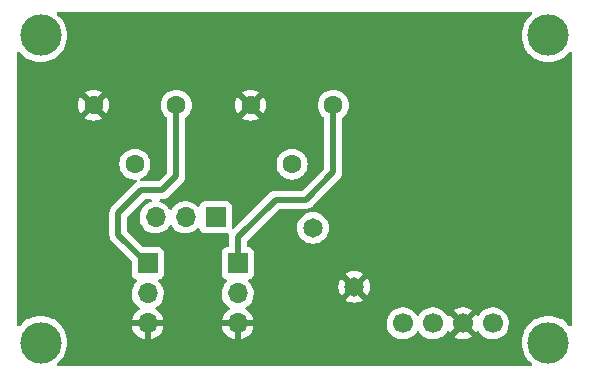
<source format=gbr>
%TF.GenerationSoftware,KiCad,Pcbnew,(6.0.8-1)-1*%
%TF.CreationDate,2024-02-23T21:50:08-06:00*%
%TF.ProjectId,Addressable LED Interface,41646472-6573-4736-9162-6c65204c4544,rev?*%
%TF.SameCoordinates,Original*%
%TF.FileFunction,Copper,L2,Bot*%
%TF.FilePolarity,Positive*%
%FSLAX46Y46*%
G04 Gerber Fmt 4.6, Leading zero omitted, Abs format (unit mm)*
G04 Created by KiCad (PCBNEW (6.0.8-1)-1) date 2024-02-23 21:50:08*
%MOMM*%
%LPD*%
G01*
G04 APERTURE LIST*
%TA.AperFunction,ComponentPad*%
%ADD10R,1.700000X1.700000*%
%TD*%
%TA.AperFunction,ComponentPad*%
%ADD11O,1.700000X1.700000*%
%TD*%
%TA.AperFunction,ComponentPad*%
%ADD12C,1.600000*%
%TD*%
%TA.AperFunction,ComponentPad*%
%ADD13C,3.500000*%
%TD*%
%TA.AperFunction,ComponentPad*%
%ADD14C,1.700000*%
%TD*%
%TA.AperFunction,ComponentPad*%
%ADD15C,1.650000*%
%TD*%
%TA.AperFunction,Conductor*%
%ADD16C,0.500000*%
%TD*%
G04 APERTURE END LIST*
D10*
%TO.P,J2,1,Pin_1*%
%TO.N,/CH2*%
X139700000Y-114300000D03*
D11*
%TO.P,J2,2,Pin_2*%
%TO.N,+6V*%
X139700000Y-116840000D03*
%TO.P,J2,3,Pin_3*%
%TO.N,GND*%
X139700000Y-119380000D03*
%TD*%
D12*
%TO.P,J5,1,1*%
%TO.N,/CH1*%
X134496000Y-100900000D03*
%TO.P,J5,2,2*%
%TO.N,VDD*%
X130996000Y-105900000D03*
%TO.P,J5,3,3*%
%TO.N,GND*%
X127496000Y-100900000D03*
%TD*%
D13*
%TO.P,H1,1,1*%
%TO.N,unconnected-(H1-Pad1)*%
X123000000Y-95000000D03*
%TD*%
D12*
%TO.P,J6,1,1*%
%TO.N,/CH2*%
X147796000Y-100900000D03*
%TO.P,J6,2,2*%
%TO.N,VDD*%
X144296000Y-105900000D03*
%TO.P,J6,3,3*%
%TO.N,GND*%
X140796000Y-100900000D03*
%TD*%
D13*
%TO.P,H3,1,1*%
%TO.N,unconnected-(H3-Pad1)*%
X166000000Y-121000000D03*
%TD*%
%TO.P,H4,1,1*%
%TO.N,unconnected-(H4-Pad1)*%
X166000000Y-95000000D03*
%TD*%
%TO.P,H2,1,1*%
%TO.N,unconnected-(H2-Pad1)*%
X123000000Y-121000000D03*
%TD*%
D14*
%TO.P,U1,1,EN*%
%TO.N,+BATT*%
X153670000Y-119380000D03*
%TO.P,U1,2,VIN*%
X156210000Y-119380000D03*
%TO.P,U1,3,GND*%
%TO.N,GND*%
X158750000Y-119380000D03*
%TO.P,U1,4,VOUT*%
%TO.N,+5V*%
X161290000Y-119380000D03*
%TD*%
D10*
%TO.P,J1,1,Pin_1*%
%TO.N,/CH1*%
X132080000Y-114300000D03*
D11*
%TO.P,J1,2,Pin_2*%
%TO.N,+6V*%
X132080000Y-116840000D03*
%TO.P,J1,3,Pin_3*%
%TO.N,GND*%
X132080000Y-119380000D03*
%TD*%
D15*
%TO.P,J3,1,1*%
%TO.N,+BATT*%
X146068000Y-111290000D03*
%TO.P,J3,2,2*%
%TO.N,GND*%
X149568000Y-116290000D03*
%TD*%
D10*
%TO.P,J4,1,Pin_1*%
%TO.N,+5V*%
X137825000Y-110400000D03*
D11*
%TO.P,J4,2,Pin_2*%
%TO.N,VDD*%
X135285000Y-110400000D03*
%TO.P,J4,3,Pin_3*%
%TO.N,+6V*%
X132745000Y-110400000D03*
%TD*%
D16*
%TO.N,/CH1*%
X129600000Y-111900000D02*
X132000000Y-114300000D01*
X131500000Y-108100000D02*
X129600000Y-110000000D01*
X129600000Y-110000000D02*
X129600000Y-111900000D01*
X134496000Y-100900000D02*
X134496000Y-106904000D01*
X134496000Y-106904000D02*
X133300000Y-108100000D01*
X132000000Y-114300000D02*
X132080000Y-114300000D01*
X133300000Y-108100000D02*
X131500000Y-108100000D01*
%TO.N,/CH2*%
X147796000Y-100900000D02*
X147796000Y-106604000D01*
X145500000Y-108900000D02*
X142900000Y-108900000D01*
X139700000Y-112100000D02*
X139700000Y-114300000D01*
X147796000Y-106604000D02*
X145500000Y-108900000D01*
X142900000Y-108900000D02*
X139700000Y-112100000D01*
%TD*%
%TA.AperFunction,Conductor*%
%TO.N,GND*%
G36*
X164578852Y-93028502D02*
G01*
X164625345Y-93082158D01*
X164635449Y-93152432D01*
X164605955Y-93217012D01*
X164593809Y-93229232D01*
X164399573Y-93399573D01*
X164396864Y-93402662D01*
X164207085Y-93619062D01*
X164207081Y-93619068D01*
X164204367Y-93622162D01*
X164202078Y-93625588D01*
X164202074Y-93625593D01*
X164079256Y-93809405D01*
X164039885Y-93868327D01*
X163908941Y-94133855D01*
X163813776Y-94414203D01*
X163756017Y-94704574D01*
X163736654Y-95000000D01*
X163756017Y-95295426D01*
X163813776Y-95585797D01*
X163908941Y-95866145D01*
X164039885Y-96131673D01*
X164042179Y-96135106D01*
X164195489Y-96364551D01*
X164204367Y-96377838D01*
X164207081Y-96380932D01*
X164207085Y-96380938D01*
X164396864Y-96597338D01*
X164399573Y-96600427D01*
X164402662Y-96603136D01*
X164619062Y-96792915D01*
X164619068Y-96792919D01*
X164622162Y-96795633D01*
X164625588Y-96797922D01*
X164625593Y-96797926D01*
X164809405Y-96920744D01*
X164868327Y-96960115D01*
X164872026Y-96961939D01*
X164872031Y-96961942D01*
X165008313Y-97029148D01*
X165133855Y-97091059D01*
X165137760Y-97092384D01*
X165137761Y-97092385D01*
X165410290Y-97184896D01*
X165410294Y-97184897D01*
X165414203Y-97186224D01*
X165418247Y-97187028D01*
X165418253Y-97187030D01*
X165700535Y-97243180D01*
X165700541Y-97243181D01*
X165704574Y-97243983D01*
X165708679Y-97244252D01*
X165708686Y-97244253D01*
X165995881Y-97263076D01*
X166000000Y-97263346D01*
X166004119Y-97263076D01*
X166291314Y-97244253D01*
X166291321Y-97244252D01*
X166295426Y-97243983D01*
X166299459Y-97243181D01*
X166299465Y-97243180D01*
X166581747Y-97187030D01*
X166581753Y-97187028D01*
X166585797Y-97186224D01*
X166589706Y-97184897D01*
X166589710Y-97184896D01*
X166862239Y-97092385D01*
X166862240Y-97092384D01*
X166866145Y-97091059D01*
X166991687Y-97029148D01*
X167127969Y-96961942D01*
X167127974Y-96961939D01*
X167131673Y-96960115D01*
X167190595Y-96920744D01*
X167374407Y-96797926D01*
X167374412Y-96797922D01*
X167377838Y-96795633D01*
X167380932Y-96792919D01*
X167380938Y-96792915D01*
X167597338Y-96603136D01*
X167600427Y-96600427D01*
X167770768Y-96406191D01*
X167830722Y-96368164D01*
X167901717Y-96368586D01*
X167961214Y-96407325D01*
X167990322Y-96472080D01*
X167991500Y-96489269D01*
X167991500Y-119510731D01*
X167971498Y-119578852D01*
X167917842Y-119625345D01*
X167847568Y-119635449D01*
X167782988Y-119605955D01*
X167770768Y-119593809D01*
X167603136Y-119402662D01*
X167600427Y-119399573D01*
X167576818Y-119378868D01*
X167380938Y-119207085D01*
X167380932Y-119207081D01*
X167377838Y-119204367D01*
X167374412Y-119202078D01*
X167374407Y-119202074D01*
X167135106Y-119042179D01*
X167131673Y-119039885D01*
X167127974Y-119038061D01*
X167127969Y-119038058D01*
X166991687Y-118970852D01*
X166866145Y-118908941D01*
X166853896Y-118904783D01*
X166589710Y-118815104D01*
X166589706Y-118815103D01*
X166585797Y-118813776D01*
X166581753Y-118812972D01*
X166581747Y-118812970D01*
X166299465Y-118756820D01*
X166299459Y-118756819D01*
X166295426Y-118756017D01*
X166291321Y-118755748D01*
X166291314Y-118755747D01*
X166004119Y-118736924D01*
X166000000Y-118736654D01*
X165995881Y-118736924D01*
X165708686Y-118755747D01*
X165708679Y-118755748D01*
X165704574Y-118756017D01*
X165700541Y-118756819D01*
X165700535Y-118756820D01*
X165418253Y-118812970D01*
X165418247Y-118812972D01*
X165414203Y-118813776D01*
X165410294Y-118815103D01*
X165410290Y-118815104D01*
X165146104Y-118904783D01*
X165133855Y-118908941D01*
X165008313Y-118970852D01*
X164872031Y-119038058D01*
X164872026Y-119038061D01*
X164868327Y-119039885D01*
X164864894Y-119042179D01*
X164625593Y-119202074D01*
X164625588Y-119202078D01*
X164622162Y-119204367D01*
X164619068Y-119207081D01*
X164619062Y-119207085D01*
X164423182Y-119378868D01*
X164399573Y-119399573D01*
X164396864Y-119402662D01*
X164207085Y-119619062D01*
X164207081Y-119619068D01*
X164204367Y-119622162D01*
X164202078Y-119625588D01*
X164202074Y-119625593D01*
X164093799Y-119787639D01*
X164039885Y-119868327D01*
X164038061Y-119872026D01*
X164038058Y-119872031D01*
X164035678Y-119876857D01*
X163908941Y-120133855D01*
X163813776Y-120414203D01*
X163812972Y-120418247D01*
X163812970Y-120418253D01*
X163757113Y-120699065D01*
X163756017Y-120704574D01*
X163755748Y-120708679D01*
X163755747Y-120708686D01*
X163753580Y-120741753D01*
X163736654Y-121000000D01*
X163756017Y-121295426D01*
X163813776Y-121585797D01*
X163908941Y-121866145D01*
X164039885Y-122131673D01*
X164042179Y-122135106D01*
X164195489Y-122364551D01*
X164204367Y-122377838D01*
X164207081Y-122380932D01*
X164207085Y-122380938D01*
X164396864Y-122597338D01*
X164399573Y-122600427D01*
X164402662Y-122603136D01*
X164593809Y-122770768D01*
X164631836Y-122830722D01*
X164631414Y-122901717D01*
X164592675Y-122961214D01*
X164527920Y-122990322D01*
X164510731Y-122991500D01*
X124489269Y-122991500D01*
X124421148Y-122971498D01*
X124374655Y-122917842D01*
X124364551Y-122847568D01*
X124394045Y-122782988D01*
X124406191Y-122770768D01*
X124597338Y-122603136D01*
X124600427Y-122600427D01*
X124603136Y-122597338D01*
X124792915Y-122380938D01*
X124792919Y-122380932D01*
X124795633Y-122377838D01*
X124804512Y-122364551D01*
X124957821Y-122135106D01*
X124960115Y-122131673D01*
X125091059Y-121866145D01*
X125186224Y-121585797D01*
X125243983Y-121295426D01*
X125263346Y-121000000D01*
X125246420Y-120741753D01*
X125244253Y-120708686D01*
X125244252Y-120708679D01*
X125243983Y-120704574D01*
X125242888Y-120699065D01*
X125187030Y-120418253D01*
X125187028Y-120418247D01*
X125186224Y-120414203D01*
X125091059Y-120133855D01*
X124964322Y-119876857D01*
X124961942Y-119872031D01*
X124961939Y-119872026D01*
X124960115Y-119868327D01*
X124906201Y-119787639D01*
X124812875Y-119647966D01*
X130748257Y-119647966D01*
X130778565Y-119782446D01*
X130781645Y-119792275D01*
X130861770Y-119989603D01*
X130866413Y-119998794D01*
X130977694Y-120180388D01*
X130983777Y-120188699D01*
X131123213Y-120349667D01*
X131130580Y-120356883D01*
X131294434Y-120492916D01*
X131302881Y-120498831D01*
X131486756Y-120606279D01*
X131496042Y-120610729D01*
X131695001Y-120686703D01*
X131704899Y-120689579D01*
X131808250Y-120710606D01*
X131822299Y-120709410D01*
X131826000Y-120699065D01*
X131826000Y-120698517D01*
X132334000Y-120698517D01*
X132338064Y-120712359D01*
X132351478Y-120714393D01*
X132358184Y-120713534D01*
X132368262Y-120711392D01*
X132572255Y-120650191D01*
X132581842Y-120646433D01*
X132773095Y-120552739D01*
X132781945Y-120547464D01*
X132955328Y-120423792D01*
X132963200Y-120417139D01*
X133114052Y-120266812D01*
X133120730Y-120258965D01*
X133245003Y-120086020D01*
X133250313Y-120077183D01*
X133344670Y-119886267D01*
X133348469Y-119876672D01*
X133410377Y-119672910D01*
X133412555Y-119662837D01*
X133413986Y-119651962D01*
X133413363Y-119647966D01*
X138368257Y-119647966D01*
X138398565Y-119782446D01*
X138401645Y-119792275D01*
X138481770Y-119989603D01*
X138486413Y-119998794D01*
X138597694Y-120180388D01*
X138603777Y-120188699D01*
X138743213Y-120349667D01*
X138750580Y-120356883D01*
X138914434Y-120492916D01*
X138922881Y-120498831D01*
X139106756Y-120606279D01*
X139116042Y-120610729D01*
X139315001Y-120686703D01*
X139324899Y-120689579D01*
X139428250Y-120710606D01*
X139442299Y-120709410D01*
X139446000Y-120699065D01*
X139446000Y-120698517D01*
X139954000Y-120698517D01*
X139958064Y-120712359D01*
X139971478Y-120714393D01*
X139978184Y-120713534D01*
X139988262Y-120711392D01*
X140192255Y-120650191D01*
X140201842Y-120646433D01*
X140393095Y-120552739D01*
X140401945Y-120547464D01*
X140575328Y-120423792D01*
X140583200Y-120417139D01*
X140734052Y-120266812D01*
X140740730Y-120258965D01*
X140865003Y-120086020D01*
X140870313Y-120077183D01*
X140964670Y-119886267D01*
X140968469Y-119876672D01*
X141030377Y-119672910D01*
X141032555Y-119662837D01*
X141033986Y-119651962D01*
X141031775Y-119637778D01*
X141018617Y-119634000D01*
X139972115Y-119634000D01*
X139956876Y-119638475D01*
X139955671Y-119639865D01*
X139954000Y-119647548D01*
X139954000Y-120698517D01*
X139446000Y-120698517D01*
X139446000Y-119652115D01*
X139441525Y-119636876D01*
X139440135Y-119635671D01*
X139432452Y-119634000D01*
X138383225Y-119634000D01*
X138369694Y-119637973D01*
X138368257Y-119647966D01*
X133413363Y-119647966D01*
X133411775Y-119637778D01*
X133398617Y-119634000D01*
X132352115Y-119634000D01*
X132336876Y-119638475D01*
X132335671Y-119639865D01*
X132334000Y-119647548D01*
X132334000Y-120698517D01*
X131826000Y-120698517D01*
X131826000Y-119652115D01*
X131821525Y-119636876D01*
X131820135Y-119635671D01*
X131812452Y-119634000D01*
X130763225Y-119634000D01*
X130749694Y-119637973D01*
X130748257Y-119647966D01*
X124812875Y-119647966D01*
X124797926Y-119625593D01*
X124797922Y-119625588D01*
X124795633Y-119622162D01*
X124792919Y-119619068D01*
X124792915Y-119619062D01*
X124603136Y-119402662D01*
X124600427Y-119399573D01*
X124576818Y-119378868D01*
X124540132Y-119346695D01*
X152307251Y-119346695D01*
X152307548Y-119351848D01*
X152307548Y-119351851D01*
X152313011Y-119446590D01*
X152320110Y-119569715D01*
X152321247Y-119574761D01*
X152321248Y-119574767D01*
X152335449Y-119637778D01*
X152369222Y-119787639D01*
X152453266Y-119994616D01*
X152503863Y-120077183D01*
X152567291Y-120180688D01*
X152569987Y-120185088D01*
X152716250Y-120353938D01*
X152888126Y-120496632D01*
X153081000Y-120609338D01*
X153289692Y-120689030D01*
X153294760Y-120690061D01*
X153294763Y-120690062D01*
X153386304Y-120708686D01*
X153508597Y-120733567D01*
X153513772Y-120733757D01*
X153513774Y-120733757D01*
X153726673Y-120741564D01*
X153726677Y-120741564D01*
X153731837Y-120741753D01*
X153736957Y-120741097D01*
X153736959Y-120741097D01*
X153948288Y-120714025D01*
X153948289Y-120714025D01*
X153953416Y-120713368D01*
X153958366Y-120711883D01*
X154162429Y-120650661D01*
X154162434Y-120650659D01*
X154167384Y-120649174D01*
X154367994Y-120550896D01*
X154549860Y-120421173D01*
X154556855Y-120414203D01*
X154704435Y-120267137D01*
X154708096Y-120263489D01*
X154767594Y-120180689D01*
X154838453Y-120082077D01*
X154839776Y-120083028D01*
X154886645Y-120039857D01*
X154956580Y-120027625D01*
X155022026Y-120055144D01*
X155049875Y-120086994D01*
X155109987Y-120185088D01*
X155256250Y-120353938D01*
X155428126Y-120496632D01*
X155621000Y-120609338D01*
X155829692Y-120689030D01*
X155834760Y-120690061D01*
X155834763Y-120690062D01*
X155926304Y-120708686D01*
X156048597Y-120733567D01*
X156053772Y-120733757D01*
X156053774Y-120733757D01*
X156266673Y-120741564D01*
X156266677Y-120741564D01*
X156271837Y-120741753D01*
X156276957Y-120741097D01*
X156276959Y-120741097D01*
X156488288Y-120714025D01*
X156488289Y-120714025D01*
X156493416Y-120713368D01*
X156498366Y-120711883D01*
X156702429Y-120650661D01*
X156702434Y-120650659D01*
X156707384Y-120649174D01*
X156907994Y-120550896D01*
X156972544Y-120504853D01*
X157989977Y-120504853D01*
X157995258Y-120511907D01*
X158156756Y-120606279D01*
X158166042Y-120610729D01*
X158365001Y-120686703D01*
X158374899Y-120689579D01*
X158583595Y-120732038D01*
X158593823Y-120733257D01*
X158806650Y-120741062D01*
X158816936Y-120740595D01*
X159028185Y-120713534D01*
X159038262Y-120711392D01*
X159242255Y-120650191D01*
X159251842Y-120646433D01*
X159443098Y-120552738D01*
X159451944Y-120547465D01*
X159499247Y-120513723D01*
X159507648Y-120503023D01*
X159500660Y-120489870D01*
X158762812Y-119752022D01*
X158748868Y-119744408D01*
X158747035Y-119744539D01*
X158740420Y-119748790D01*
X157996737Y-120492473D01*
X157989977Y-120504853D01*
X156972544Y-120504853D01*
X157089860Y-120421173D01*
X157096855Y-120414203D01*
X157244435Y-120267137D01*
X157248096Y-120263489D01*
X157307594Y-120180689D01*
X157378453Y-120082077D01*
X157379640Y-120082930D01*
X157426960Y-120039362D01*
X157496897Y-120027145D01*
X157562338Y-120054678D01*
X157590166Y-120086512D01*
X157616459Y-120129419D01*
X157626916Y-120138880D01*
X157635694Y-120135096D01*
X158377978Y-119392812D01*
X158384356Y-119381132D01*
X159114408Y-119381132D01*
X159114539Y-119382965D01*
X159118790Y-119389580D01*
X159860474Y-120131264D01*
X159872484Y-120137823D01*
X159884223Y-120128855D01*
X159918022Y-120081819D01*
X159919277Y-120082721D01*
X159966391Y-120039355D01*
X160036330Y-120027148D01*
X160101767Y-120054691D01*
X160129580Y-120086513D01*
X160187287Y-120180683D01*
X160187291Y-120180688D01*
X160189987Y-120185088D01*
X160336250Y-120353938D01*
X160508126Y-120496632D01*
X160701000Y-120609338D01*
X160909692Y-120689030D01*
X160914760Y-120690061D01*
X160914763Y-120690062D01*
X161006304Y-120708686D01*
X161128597Y-120733567D01*
X161133772Y-120733757D01*
X161133774Y-120733757D01*
X161346673Y-120741564D01*
X161346677Y-120741564D01*
X161351837Y-120741753D01*
X161356957Y-120741097D01*
X161356959Y-120741097D01*
X161568288Y-120714025D01*
X161568289Y-120714025D01*
X161573416Y-120713368D01*
X161578366Y-120711883D01*
X161782429Y-120650661D01*
X161782434Y-120650659D01*
X161787384Y-120649174D01*
X161987994Y-120550896D01*
X162169860Y-120421173D01*
X162176855Y-120414203D01*
X162324435Y-120267137D01*
X162328096Y-120263489D01*
X162387594Y-120180689D01*
X162455435Y-120086277D01*
X162458453Y-120082077D01*
X162471995Y-120054678D01*
X162555136Y-119886453D01*
X162555137Y-119886451D01*
X162557430Y-119881811D01*
X162622370Y-119668069D01*
X162651529Y-119446590D01*
X162653156Y-119380000D01*
X162634852Y-119157361D01*
X162580431Y-118940702D01*
X162491354Y-118735840D01*
X162370014Y-118548277D01*
X162219670Y-118383051D01*
X162215619Y-118379852D01*
X162215615Y-118379848D01*
X162048414Y-118247800D01*
X162048410Y-118247798D01*
X162044359Y-118244598D01*
X161848789Y-118136638D01*
X161843920Y-118134914D01*
X161843916Y-118134912D01*
X161643087Y-118063795D01*
X161643083Y-118063794D01*
X161638212Y-118062069D01*
X161633119Y-118061162D01*
X161633116Y-118061161D01*
X161423373Y-118023800D01*
X161423367Y-118023799D01*
X161418284Y-118022894D01*
X161344452Y-118021992D01*
X161200081Y-118020228D01*
X161200079Y-118020228D01*
X161194911Y-118020165D01*
X160974091Y-118053955D01*
X160761756Y-118123357D01*
X160712439Y-118149030D01*
X160575479Y-118220327D01*
X160563607Y-118226507D01*
X160559474Y-118229610D01*
X160559471Y-118229612D01*
X160389100Y-118357530D01*
X160384965Y-118360635D01*
X160230629Y-118522138D01*
X160227720Y-118526403D01*
X160227714Y-118526411D01*
X160215404Y-118544457D01*
X160123204Y-118679618D01*
X160122898Y-118680066D01*
X160067987Y-118725069D01*
X159997462Y-118733240D01*
X159933715Y-118701986D01*
X159913017Y-118677501D01*
X159883062Y-118631197D01*
X159872377Y-118621995D01*
X159862812Y-118626398D01*
X159122022Y-119367188D01*
X159114408Y-119381132D01*
X158384356Y-119381132D01*
X158385592Y-119378868D01*
X158385461Y-119377035D01*
X158381210Y-119370420D01*
X157639849Y-118629059D01*
X157628313Y-118622759D01*
X157616031Y-118632382D01*
X157583499Y-118680072D01*
X157528587Y-118725075D01*
X157458063Y-118733246D01*
X157394316Y-118701992D01*
X157373618Y-118677508D01*
X157292822Y-118552617D01*
X157292820Y-118552614D01*
X157290014Y-118548277D01*
X157139670Y-118383051D01*
X157135619Y-118379852D01*
X157135615Y-118379848D01*
X156979338Y-118256427D01*
X157991223Y-118256427D01*
X157997968Y-118268758D01*
X158737188Y-119007978D01*
X158751132Y-119015592D01*
X158752965Y-119015461D01*
X158759580Y-119011210D01*
X159503389Y-118267401D01*
X159510410Y-118254544D01*
X159503611Y-118245213D01*
X159499554Y-118242518D01*
X159313117Y-118139599D01*
X159303705Y-118135369D01*
X159102959Y-118064280D01*
X159092989Y-118061646D01*
X158883327Y-118024301D01*
X158873073Y-118023331D01*
X158660116Y-118020728D01*
X158649832Y-118021448D01*
X158439321Y-118053661D01*
X158429293Y-118056050D01*
X158226868Y-118122212D01*
X158217359Y-118126209D01*
X158028466Y-118224540D01*
X158019734Y-118230039D01*
X157999677Y-118245099D01*
X157991223Y-118256427D01*
X156979338Y-118256427D01*
X156968414Y-118247800D01*
X156968410Y-118247798D01*
X156964359Y-118244598D01*
X156768789Y-118136638D01*
X156763920Y-118134914D01*
X156763916Y-118134912D01*
X156563087Y-118063795D01*
X156563083Y-118063794D01*
X156558212Y-118062069D01*
X156553119Y-118061162D01*
X156553116Y-118061161D01*
X156343373Y-118023800D01*
X156343367Y-118023799D01*
X156338284Y-118022894D01*
X156264452Y-118021992D01*
X156120081Y-118020228D01*
X156120079Y-118020228D01*
X156114911Y-118020165D01*
X155894091Y-118053955D01*
X155681756Y-118123357D01*
X155632439Y-118149030D01*
X155495479Y-118220327D01*
X155483607Y-118226507D01*
X155479474Y-118229610D01*
X155479471Y-118229612D01*
X155309100Y-118357530D01*
X155304965Y-118360635D01*
X155150629Y-118522138D01*
X155043201Y-118679621D01*
X154988293Y-118724621D01*
X154917768Y-118732792D01*
X154854021Y-118701538D01*
X154833324Y-118677054D01*
X154752822Y-118552617D01*
X154752820Y-118552614D01*
X154750014Y-118548277D01*
X154599670Y-118383051D01*
X154595619Y-118379852D01*
X154595615Y-118379848D01*
X154428414Y-118247800D01*
X154428410Y-118247798D01*
X154424359Y-118244598D01*
X154228789Y-118136638D01*
X154223920Y-118134914D01*
X154223916Y-118134912D01*
X154023087Y-118063795D01*
X154023083Y-118063794D01*
X154018212Y-118062069D01*
X154013119Y-118061162D01*
X154013116Y-118061161D01*
X153803373Y-118023800D01*
X153803367Y-118023799D01*
X153798284Y-118022894D01*
X153724452Y-118021992D01*
X153580081Y-118020228D01*
X153580079Y-118020228D01*
X153574911Y-118020165D01*
X153354091Y-118053955D01*
X153141756Y-118123357D01*
X153092439Y-118149030D01*
X152955479Y-118220327D01*
X152943607Y-118226507D01*
X152939474Y-118229610D01*
X152939471Y-118229612D01*
X152769100Y-118357530D01*
X152764965Y-118360635D01*
X152610629Y-118522138D01*
X152607720Y-118526403D01*
X152607714Y-118526411D01*
X152595404Y-118544457D01*
X152484743Y-118706680D01*
X152390688Y-118909305D01*
X152330989Y-119124570D01*
X152307251Y-119346695D01*
X124540132Y-119346695D01*
X124380938Y-119207085D01*
X124380932Y-119207081D01*
X124377838Y-119204367D01*
X124374412Y-119202078D01*
X124374407Y-119202074D01*
X124135106Y-119042179D01*
X124131673Y-119039885D01*
X124127974Y-119038061D01*
X124127969Y-119038058D01*
X123991687Y-118970852D01*
X123866145Y-118908941D01*
X123853896Y-118904783D01*
X123589710Y-118815104D01*
X123589706Y-118815103D01*
X123585797Y-118813776D01*
X123581753Y-118812972D01*
X123581747Y-118812970D01*
X123299465Y-118756820D01*
X123299459Y-118756819D01*
X123295426Y-118756017D01*
X123291321Y-118755748D01*
X123291314Y-118755747D01*
X123004119Y-118736924D01*
X123000000Y-118736654D01*
X122995881Y-118736924D01*
X122708686Y-118755747D01*
X122708679Y-118755748D01*
X122704574Y-118756017D01*
X122700541Y-118756819D01*
X122700535Y-118756820D01*
X122418253Y-118812970D01*
X122418247Y-118812972D01*
X122414203Y-118813776D01*
X122410294Y-118815103D01*
X122410290Y-118815104D01*
X122146104Y-118904783D01*
X122133855Y-118908941D01*
X122008313Y-118970852D01*
X121872031Y-119038058D01*
X121872026Y-119038061D01*
X121868327Y-119039885D01*
X121864894Y-119042179D01*
X121625593Y-119202074D01*
X121625588Y-119202078D01*
X121622162Y-119204367D01*
X121619068Y-119207081D01*
X121619062Y-119207085D01*
X121423182Y-119378868D01*
X121399573Y-119399573D01*
X121396864Y-119402662D01*
X121229232Y-119593809D01*
X121169278Y-119631836D01*
X121098283Y-119631414D01*
X121038786Y-119592675D01*
X121009678Y-119527920D01*
X121008500Y-119510731D01*
X121008500Y-111873349D01*
X128836801Y-111873349D01*
X128837394Y-111880641D01*
X128837394Y-111880644D01*
X128841085Y-111926018D01*
X128841500Y-111936233D01*
X128841500Y-111944293D01*
X128841925Y-111947937D01*
X128844789Y-111972507D01*
X128845222Y-111976882D01*
X128849715Y-112032115D01*
X128851140Y-112049637D01*
X128853396Y-112056601D01*
X128854587Y-112062560D01*
X128855971Y-112068415D01*
X128856818Y-112075681D01*
X128881735Y-112144327D01*
X128883152Y-112148455D01*
X128883793Y-112150432D01*
X128905649Y-112217899D01*
X128909445Y-112224154D01*
X128911951Y-112229628D01*
X128914670Y-112235058D01*
X128917167Y-112241937D01*
X128921180Y-112248057D01*
X128921180Y-112248058D01*
X128957186Y-112302976D01*
X128959523Y-112306680D01*
X128997405Y-112369107D01*
X129001121Y-112373315D01*
X129001122Y-112373316D01*
X129004803Y-112377484D01*
X129004776Y-112377508D01*
X129007429Y-112380500D01*
X129010132Y-112383733D01*
X129014144Y-112389852D01*
X129019456Y-112394884D01*
X129070383Y-112443128D01*
X129072825Y-112445506D01*
X130684595Y-114057276D01*
X130718621Y-114119588D01*
X130721500Y-114146371D01*
X130721500Y-115198134D01*
X130728255Y-115260316D01*
X130779385Y-115396705D01*
X130866739Y-115513261D01*
X130983295Y-115600615D01*
X130991704Y-115603767D01*
X130991705Y-115603768D01*
X131100451Y-115644535D01*
X131157216Y-115687176D01*
X131181916Y-115753738D01*
X131166709Y-115823087D01*
X131147316Y-115849568D01*
X131020629Y-115982138D01*
X130894743Y-116166680D01*
X130879003Y-116200590D01*
X130836975Y-116291132D01*
X130800688Y-116369305D01*
X130740989Y-116584570D01*
X130717251Y-116806695D01*
X130717548Y-116811848D01*
X130717548Y-116811851D01*
X130729683Y-117022307D01*
X130730110Y-117029715D01*
X130731247Y-117034761D01*
X130731248Y-117034767D01*
X130751119Y-117122939D01*
X130779222Y-117247639D01*
X130863266Y-117454616D01*
X130865965Y-117459020D01*
X130956242Y-117606339D01*
X130979987Y-117645088D01*
X131126250Y-117813938D01*
X131298126Y-117956632D01*
X131371955Y-117999774D01*
X131420679Y-118051412D01*
X131433750Y-118121195D01*
X131407019Y-118186967D01*
X131366562Y-118220327D01*
X131358457Y-118224546D01*
X131349738Y-118230036D01*
X131179433Y-118357905D01*
X131171726Y-118364748D01*
X131024590Y-118518717D01*
X131018104Y-118526727D01*
X130898098Y-118702649D01*
X130893000Y-118711623D01*
X130803338Y-118904783D01*
X130799775Y-118914470D01*
X130744389Y-119114183D01*
X130745912Y-119122607D01*
X130758292Y-119126000D01*
X133398344Y-119126000D01*
X133411875Y-119122027D01*
X133413180Y-119112947D01*
X133371214Y-118945875D01*
X133367894Y-118936124D01*
X133282972Y-118740814D01*
X133278105Y-118731739D01*
X133162426Y-118552926D01*
X133156136Y-118544757D01*
X133012806Y-118387240D01*
X133005273Y-118380215D01*
X132838139Y-118248222D01*
X132829556Y-118242520D01*
X132792602Y-118222120D01*
X132742631Y-118171687D01*
X132727859Y-118102245D01*
X132752975Y-118035839D01*
X132780327Y-118009232D01*
X132803797Y-117992491D01*
X132959860Y-117881173D01*
X133118096Y-117723489D01*
X133177594Y-117640689D01*
X133245435Y-117546277D01*
X133248453Y-117542077D01*
X133296103Y-117445665D01*
X133345136Y-117346453D01*
X133345137Y-117346451D01*
X133347430Y-117341811D01*
X133412370Y-117128069D01*
X133441529Y-116906590D01*
X133443156Y-116840000D01*
X133424852Y-116617361D01*
X133370431Y-116400702D01*
X133281354Y-116195840D01*
X133241906Y-116134862D01*
X133162822Y-116012617D01*
X133162820Y-116012614D01*
X133160014Y-116008277D01*
X133156532Y-116004450D01*
X133012798Y-115846488D01*
X132981746Y-115782642D01*
X132990141Y-115712143D01*
X133035317Y-115657375D01*
X133061761Y-115643706D01*
X133168297Y-115603767D01*
X133176705Y-115600615D01*
X133293261Y-115513261D01*
X133380615Y-115396705D01*
X133431745Y-115260316D01*
X133438500Y-115198134D01*
X133438500Y-113401866D01*
X133431745Y-113339684D01*
X133380615Y-113203295D01*
X133293261Y-113086739D01*
X133176705Y-112999385D01*
X133040316Y-112948255D01*
X132978134Y-112941500D01*
X131766371Y-112941500D01*
X131698250Y-112921498D01*
X131677276Y-112904595D01*
X130395405Y-111622724D01*
X130361379Y-111560412D01*
X130358500Y-111533629D01*
X130358500Y-110366371D01*
X130378502Y-110298250D01*
X130395405Y-110277276D01*
X131777276Y-108895405D01*
X131839588Y-108861379D01*
X131866371Y-108858500D01*
X132297213Y-108858500D01*
X132365334Y-108878502D01*
X132411827Y-108932158D01*
X132421931Y-109002432D01*
X132392437Y-109067012D01*
X132336358Y-109104265D01*
X132216756Y-109143357D01*
X132018607Y-109246507D01*
X132014474Y-109249610D01*
X132014471Y-109249612D01*
X131844100Y-109377530D01*
X131839965Y-109380635D01*
X131805950Y-109416230D01*
X131709412Y-109517251D01*
X131685629Y-109542138D01*
X131559743Y-109726680D01*
X131544764Y-109758950D01*
X131469160Y-109921826D01*
X131465688Y-109929305D01*
X131405989Y-110144570D01*
X131382251Y-110366695D01*
X131395110Y-110589715D01*
X131396247Y-110594761D01*
X131396248Y-110594767D01*
X131403217Y-110625690D01*
X131444222Y-110807639D01*
X131528266Y-111014616D01*
X131565685Y-111075678D01*
X131642291Y-111200688D01*
X131644987Y-111205088D01*
X131791250Y-111373938D01*
X131963126Y-111516632D01*
X132156000Y-111629338D01*
X132364692Y-111709030D01*
X132369760Y-111710061D01*
X132369763Y-111710062D01*
X132477017Y-111731883D01*
X132583597Y-111753567D01*
X132588772Y-111753757D01*
X132588774Y-111753757D01*
X132801673Y-111761564D01*
X132801677Y-111761564D01*
X132806837Y-111761753D01*
X132811957Y-111761097D01*
X132811959Y-111761097D01*
X133023288Y-111734025D01*
X133023289Y-111734025D01*
X133028416Y-111733368D01*
X133033366Y-111731883D01*
X133237429Y-111670661D01*
X133237434Y-111670659D01*
X133242384Y-111669174D01*
X133442994Y-111570896D01*
X133624860Y-111441173D01*
X133783096Y-111283489D01*
X133814613Y-111239629D01*
X133913453Y-111102077D01*
X133914776Y-111103028D01*
X133961645Y-111059857D01*
X134031580Y-111047625D01*
X134097026Y-111075144D01*
X134124875Y-111106994D01*
X134184987Y-111205088D01*
X134331250Y-111373938D01*
X134503126Y-111516632D01*
X134696000Y-111629338D01*
X134904692Y-111709030D01*
X134909760Y-111710061D01*
X134909763Y-111710062D01*
X135017017Y-111731883D01*
X135123597Y-111753567D01*
X135128772Y-111753757D01*
X135128774Y-111753757D01*
X135341673Y-111761564D01*
X135341677Y-111761564D01*
X135346837Y-111761753D01*
X135351957Y-111761097D01*
X135351959Y-111761097D01*
X135563288Y-111734025D01*
X135563289Y-111734025D01*
X135568416Y-111733368D01*
X135573366Y-111731883D01*
X135777429Y-111670661D01*
X135777434Y-111670659D01*
X135782384Y-111669174D01*
X135982994Y-111570896D01*
X136164860Y-111441173D01*
X136273091Y-111333319D01*
X136335462Y-111299404D01*
X136406268Y-111304592D01*
X136463030Y-111347238D01*
X136480012Y-111378341D01*
X136524385Y-111496705D01*
X136611739Y-111613261D01*
X136728295Y-111700615D01*
X136864684Y-111751745D01*
X136926866Y-111758500D01*
X138723134Y-111758500D01*
X138785316Y-111751745D01*
X138792715Y-111748971D01*
X138792720Y-111748970D01*
X138801473Y-111745689D01*
X138872280Y-111740508D01*
X138934648Y-111774430D01*
X138968775Y-111836687D01*
X138969059Y-111889331D01*
X138960514Y-111930412D01*
X138959544Y-111934696D01*
X138942192Y-112005610D01*
X138941500Y-112016764D01*
X138941464Y-112016762D01*
X138941225Y-112020755D01*
X138940851Y-112024947D01*
X138939360Y-112032115D01*
X138939558Y-112039432D01*
X138941454Y-112109521D01*
X138941500Y-112112928D01*
X138941500Y-112815500D01*
X138921498Y-112883621D01*
X138867842Y-112930114D01*
X138815500Y-112941500D01*
X138801866Y-112941500D01*
X138739684Y-112948255D01*
X138603295Y-112999385D01*
X138486739Y-113086739D01*
X138399385Y-113203295D01*
X138348255Y-113339684D01*
X138341500Y-113401866D01*
X138341500Y-115198134D01*
X138348255Y-115260316D01*
X138399385Y-115396705D01*
X138486739Y-115513261D01*
X138603295Y-115600615D01*
X138611704Y-115603767D01*
X138611705Y-115603768D01*
X138720451Y-115644535D01*
X138777216Y-115687176D01*
X138801916Y-115753738D01*
X138786709Y-115823087D01*
X138767316Y-115849568D01*
X138640629Y-115982138D01*
X138514743Y-116166680D01*
X138499003Y-116200590D01*
X138456975Y-116291132D01*
X138420688Y-116369305D01*
X138360989Y-116584570D01*
X138337251Y-116806695D01*
X138337548Y-116811848D01*
X138337548Y-116811851D01*
X138349683Y-117022307D01*
X138350110Y-117029715D01*
X138351247Y-117034761D01*
X138351248Y-117034767D01*
X138371119Y-117122939D01*
X138399222Y-117247639D01*
X138483266Y-117454616D01*
X138485965Y-117459020D01*
X138576242Y-117606339D01*
X138599987Y-117645088D01*
X138746250Y-117813938D01*
X138918126Y-117956632D01*
X138991955Y-117999774D01*
X139040679Y-118051412D01*
X139053750Y-118121195D01*
X139027019Y-118186967D01*
X138986562Y-118220327D01*
X138978457Y-118224546D01*
X138969738Y-118230036D01*
X138799433Y-118357905D01*
X138791726Y-118364748D01*
X138644590Y-118518717D01*
X138638104Y-118526727D01*
X138518098Y-118702649D01*
X138513000Y-118711623D01*
X138423338Y-118904783D01*
X138419775Y-118914470D01*
X138364389Y-119114183D01*
X138365912Y-119122607D01*
X138378292Y-119126000D01*
X141018344Y-119126000D01*
X141031875Y-119122027D01*
X141033180Y-119112947D01*
X140991214Y-118945875D01*
X140987894Y-118936124D01*
X140902972Y-118740814D01*
X140898105Y-118731739D01*
X140782426Y-118552926D01*
X140776136Y-118544757D01*
X140632806Y-118387240D01*
X140625273Y-118380215D01*
X140458139Y-118248222D01*
X140449556Y-118242520D01*
X140412602Y-118222120D01*
X140362631Y-118171687D01*
X140347859Y-118102245D01*
X140372975Y-118035839D01*
X140400327Y-118009232D01*
X140423797Y-117992491D01*
X140579860Y-117881173D01*
X140738096Y-117723489D01*
X140797594Y-117640689D01*
X140865435Y-117546277D01*
X140868453Y-117542077D01*
X140916103Y-117445665D01*
X140941631Y-117394013D01*
X148828542Y-117394013D01*
X148837838Y-117406028D01*
X148894446Y-117445665D01*
X148903941Y-117451148D01*
X149105364Y-117545072D01*
X149115656Y-117548818D01*
X149330328Y-117606339D01*
X149341123Y-117608242D01*
X149562525Y-117627613D01*
X149573475Y-117627613D01*
X149794877Y-117608242D01*
X149805672Y-117606339D01*
X150020344Y-117548818D01*
X150030636Y-117545072D01*
X150232059Y-117451148D01*
X150241554Y-117445665D01*
X150299000Y-117405441D01*
X150307375Y-117394964D01*
X150300307Y-117381517D01*
X149580812Y-116662022D01*
X149566868Y-116654408D01*
X149565035Y-116654539D01*
X149558420Y-116658790D01*
X148834972Y-117382238D01*
X148828542Y-117394013D01*
X140941631Y-117394013D01*
X140965136Y-117346453D01*
X140965137Y-117346451D01*
X140967430Y-117341811D01*
X141032370Y-117128069D01*
X141061529Y-116906590D01*
X141063156Y-116840000D01*
X141044852Y-116617361D01*
X140990431Y-116400702D01*
X140944677Y-116295475D01*
X148230387Y-116295475D01*
X148249758Y-116516877D01*
X148251661Y-116527672D01*
X148309182Y-116742344D01*
X148312928Y-116752636D01*
X148406852Y-116954059D01*
X148412335Y-116963554D01*
X148452559Y-117021000D01*
X148463036Y-117029375D01*
X148476483Y-117022307D01*
X149195978Y-116302812D01*
X149202356Y-116291132D01*
X149932408Y-116291132D01*
X149932539Y-116292965D01*
X149936790Y-116299580D01*
X150660238Y-117023028D01*
X150672013Y-117029458D01*
X150684028Y-117020162D01*
X150723665Y-116963554D01*
X150729148Y-116954059D01*
X150823072Y-116752636D01*
X150826818Y-116742344D01*
X150884339Y-116527672D01*
X150886242Y-116516877D01*
X150905613Y-116295475D01*
X150905613Y-116284525D01*
X150886242Y-116063123D01*
X150884339Y-116052328D01*
X150826818Y-115837656D01*
X150823072Y-115827364D01*
X150729148Y-115625941D01*
X150723665Y-115616446D01*
X150683441Y-115559000D01*
X150672964Y-115550625D01*
X150659517Y-115557693D01*
X149940022Y-116277188D01*
X149932408Y-116291132D01*
X149202356Y-116291132D01*
X149203592Y-116288868D01*
X149203461Y-116287035D01*
X149199210Y-116280420D01*
X148475762Y-115556972D01*
X148463987Y-115550542D01*
X148451972Y-115559838D01*
X148412335Y-115616446D01*
X148406852Y-115625941D01*
X148312928Y-115827364D01*
X148309182Y-115837656D01*
X148251661Y-116052328D01*
X148249758Y-116063123D01*
X148230387Y-116284525D01*
X148230387Y-116295475D01*
X140944677Y-116295475D01*
X140901354Y-116195840D01*
X140861906Y-116134862D01*
X140782822Y-116012617D01*
X140782820Y-116012614D01*
X140780014Y-116008277D01*
X140776532Y-116004450D01*
X140632798Y-115846488D01*
X140601746Y-115782642D01*
X140610141Y-115712143D01*
X140655317Y-115657375D01*
X140681761Y-115643706D01*
X140788297Y-115603767D01*
X140796705Y-115600615D01*
X140913261Y-115513261D01*
X141000615Y-115396705D01*
X141051745Y-115260316D01*
X141058500Y-115198134D01*
X141058500Y-115185036D01*
X148828625Y-115185036D01*
X148835693Y-115198483D01*
X149555188Y-115917978D01*
X149569132Y-115925592D01*
X149570965Y-115925461D01*
X149577580Y-115921210D01*
X150301028Y-115197762D01*
X150307458Y-115185987D01*
X150298162Y-115173972D01*
X150241554Y-115134335D01*
X150232059Y-115128852D01*
X150030636Y-115034928D01*
X150020344Y-115031182D01*
X149805672Y-114973661D01*
X149794877Y-114971758D01*
X149573475Y-114952387D01*
X149562525Y-114952387D01*
X149341123Y-114971758D01*
X149330328Y-114973661D01*
X149115656Y-115031182D01*
X149105364Y-115034928D01*
X148903941Y-115128852D01*
X148894446Y-115134335D01*
X148837000Y-115174559D01*
X148828625Y-115185036D01*
X141058500Y-115185036D01*
X141058500Y-113401866D01*
X141051745Y-113339684D01*
X141000615Y-113203295D01*
X140913261Y-113086739D01*
X140796705Y-112999385D01*
X140660316Y-112948255D01*
X140598134Y-112941500D01*
X140584500Y-112941500D01*
X140516379Y-112921498D01*
X140469886Y-112867842D01*
X140458500Y-112815500D01*
X140458500Y-112466371D01*
X140478502Y-112398250D01*
X140495405Y-112377276D01*
X141582681Y-111290000D01*
X144729406Y-111290000D01*
X144749742Y-111522444D01*
X144751166Y-111527757D01*
X144751166Y-111527759D01*
X144799738Y-111709030D01*
X144810133Y-111747826D01*
X144812455Y-111752806D01*
X144812456Y-111752808D01*
X144906418Y-111954310D01*
X144906421Y-111954315D01*
X144908744Y-111959297D01*
X144911900Y-111963804D01*
X144911901Y-111963806D01*
X144995049Y-112082553D01*
X145042578Y-112150432D01*
X145207568Y-112315422D01*
X145212076Y-112318579D01*
X145212079Y-112318581D01*
X145389951Y-112443128D01*
X145398703Y-112449256D01*
X145403685Y-112451579D01*
X145403690Y-112451582D01*
X145605192Y-112545544D01*
X145610174Y-112547867D01*
X145615482Y-112549289D01*
X145615484Y-112549290D01*
X145830241Y-112606834D01*
X145830243Y-112606834D01*
X145835556Y-112608258D01*
X146068000Y-112628594D01*
X146300444Y-112608258D01*
X146305757Y-112606834D01*
X146305759Y-112606834D01*
X146520516Y-112549290D01*
X146520518Y-112549289D01*
X146525826Y-112547867D01*
X146530808Y-112545544D01*
X146732310Y-112451582D01*
X146732315Y-112451579D01*
X146737297Y-112449256D01*
X146746049Y-112443128D01*
X146923921Y-112318581D01*
X146923924Y-112318579D01*
X146928432Y-112315422D01*
X147093422Y-112150432D01*
X147140952Y-112082553D01*
X147224099Y-111963806D01*
X147224100Y-111963804D01*
X147227256Y-111959297D01*
X147229579Y-111954315D01*
X147229582Y-111954310D01*
X147323544Y-111752808D01*
X147323545Y-111752806D01*
X147325867Y-111747826D01*
X147336263Y-111709030D01*
X147384834Y-111527759D01*
X147384834Y-111527757D01*
X147386258Y-111522444D01*
X147406594Y-111290000D01*
X147386258Y-111057556D01*
X147325867Y-110832174D01*
X147314426Y-110807639D01*
X147229582Y-110625690D01*
X147229579Y-110625685D01*
X147227256Y-110620703D01*
X147224099Y-110616194D01*
X147096581Y-110434079D01*
X147096579Y-110434076D01*
X147093422Y-110429568D01*
X146928432Y-110264578D01*
X146923924Y-110261421D01*
X146923921Y-110261419D01*
X146741806Y-110133901D01*
X146741804Y-110133900D01*
X146737297Y-110130744D01*
X146732315Y-110128421D01*
X146732310Y-110128418D01*
X146530808Y-110034456D01*
X146530806Y-110034455D01*
X146525826Y-110032133D01*
X146520518Y-110030711D01*
X146520516Y-110030710D01*
X146305759Y-109973166D01*
X146305757Y-109973166D01*
X146300444Y-109971742D01*
X146068000Y-109951406D01*
X145835556Y-109971742D01*
X145830243Y-109973166D01*
X145830241Y-109973166D01*
X145615484Y-110030710D01*
X145615482Y-110030711D01*
X145610174Y-110032133D01*
X145605194Y-110034455D01*
X145605192Y-110034456D01*
X145403690Y-110128418D01*
X145403685Y-110128421D01*
X145398703Y-110130744D01*
X145394196Y-110133900D01*
X145394194Y-110133901D01*
X145212079Y-110261419D01*
X145212076Y-110261421D01*
X145207568Y-110264578D01*
X145042578Y-110429568D01*
X145039421Y-110434076D01*
X145039419Y-110434079D01*
X144911901Y-110616194D01*
X144908744Y-110620703D01*
X144906421Y-110625685D01*
X144906418Y-110625690D01*
X144821574Y-110807639D01*
X144810133Y-110832174D01*
X144749742Y-111057556D01*
X144729406Y-111290000D01*
X141582681Y-111290000D01*
X143177276Y-109695405D01*
X143239588Y-109661379D01*
X143266371Y-109658500D01*
X145432930Y-109658500D01*
X145451880Y-109659933D01*
X145466115Y-109662099D01*
X145466119Y-109662099D01*
X145473349Y-109663199D01*
X145480641Y-109662606D01*
X145480644Y-109662606D01*
X145526018Y-109658915D01*
X145536233Y-109658500D01*
X145544293Y-109658500D01*
X145557583Y-109656951D01*
X145572507Y-109655211D01*
X145576882Y-109654778D01*
X145642339Y-109649454D01*
X145642342Y-109649453D01*
X145649637Y-109648860D01*
X145656601Y-109646604D01*
X145662560Y-109645413D01*
X145668415Y-109644029D01*
X145675681Y-109643182D01*
X145744327Y-109618265D01*
X145748455Y-109616848D01*
X145810936Y-109596607D01*
X145810938Y-109596606D01*
X145817899Y-109594351D01*
X145824154Y-109590555D01*
X145829628Y-109588049D01*
X145835058Y-109585330D01*
X145841937Y-109582833D01*
X145860438Y-109570703D01*
X145902976Y-109542814D01*
X145906680Y-109540477D01*
X145969107Y-109502595D01*
X145974468Y-109497861D01*
X145977484Y-109495197D01*
X145977508Y-109495224D01*
X145980500Y-109492571D01*
X145983733Y-109489868D01*
X145989852Y-109485856D01*
X146043128Y-109429617D01*
X146045506Y-109427175D01*
X148284911Y-107187770D01*
X148299323Y-107175384D01*
X148310918Y-107166851D01*
X148310923Y-107166846D01*
X148316818Y-107162508D01*
X148321557Y-107156930D01*
X148321560Y-107156927D01*
X148351035Y-107122232D01*
X148357965Y-107114716D01*
X148363660Y-107109021D01*
X148381281Y-107086749D01*
X148384072Y-107083345D01*
X148426591Y-107033297D01*
X148426592Y-107033295D01*
X148431333Y-107027715D01*
X148434661Y-107021199D01*
X148438028Y-107016150D01*
X148441195Y-107011021D01*
X148445734Y-107005284D01*
X148476655Y-106939125D01*
X148478561Y-106935225D01*
X148500235Y-106892779D01*
X148511769Y-106870192D01*
X148513508Y-106863084D01*
X148515607Y-106857441D01*
X148517524Y-106851678D01*
X148520622Y-106845050D01*
X148535487Y-106773583D01*
X148536457Y-106769299D01*
X148553808Y-106698390D01*
X148554500Y-106687236D01*
X148554536Y-106687238D01*
X148554775Y-106683245D01*
X148555149Y-106679053D01*
X148556640Y-106671885D01*
X148554546Y-106594479D01*
X148554500Y-106591072D01*
X148554500Y-102031867D01*
X148574502Y-101963746D01*
X148608228Y-101928655D01*
X148640300Y-101906198D01*
X148802198Y-101744300D01*
X148933523Y-101556749D01*
X148935846Y-101551767D01*
X148935849Y-101551762D01*
X149027961Y-101354225D01*
X149027961Y-101354224D01*
X149030284Y-101349243D01*
X149050976Y-101272022D01*
X149088119Y-101133402D01*
X149088119Y-101133400D01*
X149089543Y-101128087D01*
X149109498Y-100900000D01*
X149089543Y-100671913D01*
X149052981Y-100535461D01*
X149031707Y-100456067D01*
X149031706Y-100456065D01*
X149030284Y-100450757D01*
X148935966Y-100248489D01*
X148935849Y-100248238D01*
X148935846Y-100248233D01*
X148933523Y-100243251D01*
X148802198Y-100055700D01*
X148640300Y-99893802D01*
X148635792Y-99890645D01*
X148635789Y-99890643D01*
X148509920Y-99802509D01*
X148452749Y-99762477D01*
X148447767Y-99760154D01*
X148447762Y-99760151D01*
X148250225Y-99668039D01*
X148250224Y-99668039D01*
X148245243Y-99665716D01*
X148239935Y-99664294D01*
X148239933Y-99664293D01*
X148029402Y-99607881D01*
X148029400Y-99607881D01*
X148024087Y-99606457D01*
X147796000Y-99586502D01*
X147567913Y-99606457D01*
X147562600Y-99607881D01*
X147562598Y-99607881D01*
X147352067Y-99664293D01*
X147352065Y-99664294D01*
X147346757Y-99665716D01*
X147341776Y-99668039D01*
X147341775Y-99668039D01*
X147144238Y-99760151D01*
X147144233Y-99760154D01*
X147139251Y-99762477D01*
X147082080Y-99802509D01*
X146956211Y-99890643D01*
X146956208Y-99890645D01*
X146951700Y-99893802D01*
X146789802Y-100055700D01*
X146658477Y-100243251D01*
X146656154Y-100248233D01*
X146656151Y-100248238D01*
X146656034Y-100248489D01*
X146561716Y-100450757D01*
X146560294Y-100456065D01*
X146560293Y-100456067D01*
X146539019Y-100535461D01*
X146502457Y-100671913D01*
X146482502Y-100900000D01*
X146502457Y-101128087D01*
X146503881Y-101133400D01*
X146503881Y-101133402D01*
X146541025Y-101272022D01*
X146561716Y-101349243D01*
X146564039Y-101354224D01*
X146564039Y-101354225D01*
X146656151Y-101551762D01*
X146656154Y-101551767D01*
X146658477Y-101556749D01*
X146789802Y-101744300D01*
X146951700Y-101906198D01*
X146983771Y-101928655D01*
X147028099Y-101984110D01*
X147037500Y-102031867D01*
X147037500Y-106237629D01*
X147017498Y-106305750D01*
X147000595Y-106326724D01*
X145222724Y-108104595D01*
X145160412Y-108138621D01*
X145133629Y-108141500D01*
X142967063Y-108141500D01*
X142948114Y-108140067D01*
X142947907Y-108140036D01*
X142926651Y-108136802D01*
X142919359Y-108137395D01*
X142919356Y-108137395D01*
X142873991Y-108141085D01*
X142863777Y-108141500D01*
X142855707Y-108141500D01*
X142852087Y-108141922D01*
X142852069Y-108141923D01*
X142827461Y-108144792D01*
X142823100Y-108145224D01*
X142797981Y-108147267D01*
X142757661Y-108150546D01*
X142757658Y-108150547D01*
X142750363Y-108151140D01*
X142743399Y-108153396D01*
X142737440Y-108154587D01*
X142731585Y-108155971D01*
X142724319Y-108156818D01*
X142655673Y-108181735D01*
X142651545Y-108183152D01*
X142589064Y-108203393D01*
X142589062Y-108203394D01*
X142582101Y-108205649D01*
X142575846Y-108209445D01*
X142570372Y-108211951D01*
X142564942Y-108214670D01*
X142558063Y-108217167D01*
X142497016Y-108257191D01*
X142493327Y-108259518D01*
X142473135Y-108271771D01*
X142435693Y-108294491D01*
X142435688Y-108294495D01*
X142430892Y-108297405D01*
X142422516Y-108304803D01*
X142422493Y-108304777D01*
X142419503Y-108307426D01*
X142416264Y-108310134D01*
X142410148Y-108314144D01*
X142405121Y-108319451D01*
X142405117Y-108319454D01*
X142356872Y-108370383D01*
X142354494Y-108372825D01*
X139398595Y-111328724D01*
X139336283Y-111362750D01*
X139265468Y-111357685D01*
X139208632Y-111315138D01*
X139183821Y-111248618D01*
X139183500Y-111239629D01*
X139183500Y-109501866D01*
X139176745Y-109439684D01*
X139125615Y-109303295D01*
X139038261Y-109186739D01*
X138921705Y-109099385D01*
X138785316Y-109048255D01*
X138723134Y-109041500D01*
X136926866Y-109041500D01*
X136864684Y-109048255D01*
X136728295Y-109099385D01*
X136611739Y-109186739D01*
X136524385Y-109303295D01*
X136521233Y-109311703D01*
X136479919Y-109421907D01*
X136437277Y-109478671D01*
X136370716Y-109503371D01*
X136301367Y-109488163D01*
X136268743Y-109462476D01*
X136218151Y-109406875D01*
X136218142Y-109406866D01*
X136214670Y-109403051D01*
X136210619Y-109399852D01*
X136210615Y-109399848D01*
X136043414Y-109267800D01*
X136043410Y-109267798D01*
X136039359Y-109264598D01*
X135843789Y-109156638D01*
X135838920Y-109154914D01*
X135838916Y-109154912D01*
X135638087Y-109083795D01*
X135638083Y-109083794D01*
X135633212Y-109082069D01*
X135628119Y-109081162D01*
X135628116Y-109081161D01*
X135418373Y-109043800D01*
X135418367Y-109043799D01*
X135413284Y-109042894D01*
X135339452Y-109041992D01*
X135195081Y-109040228D01*
X135195079Y-109040228D01*
X135189911Y-109040165D01*
X134969091Y-109073955D01*
X134756756Y-109143357D01*
X134558607Y-109246507D01*
X134554474Y-109249610D01*
X134554471Y-109249612D01*
X134384100Y-109377530D01*
X134379965Y-109380635D01*
X134345950Y-109416230D01*
X134249412Y-109517251D01*
X134225629Y-109542138D01*
X134118201Y-109699621D01*
X134063293Y-109744621D01*
X133992768Y-109752792D01*
X133929021Y-109721538D01*
X133908324Y-109697054D01*
X133827822Y-109572617D01*
X133827820Y-109572614D01*
X133825014Y-109568277D01*
X133674670Y-109403051D01*
X133670619Y-109399852D01*
X133670615Y-109399848D01*
X133503414Y-109267800D01*
X133503410Y-109267798D01*
X133499359Y-109264598D01*
X133303789Y-109156638D01*
X133273034Y-109145747D01*
X133153091Y-109103273D01*
X133095554Y-109061679D01*
X133069638Y-108995581D01*
X133083572Y-108925966D01*
X133132931Y-108874934D01*
X133195150Y-108858500D01*
X133232930Y-108858500D01*
X133251880Y-108859933D01*
X133266115Y-108862099D01*
X133266119Y-108862099D01*
X133273349Y-108863199D01*
X133280641Y-108862606D01*
X133280644Y-108862606D01*
X133326018Y-108858915D01*
X133336233Y-108858500D01*
X133344293Y-108858500D01*
X133357583Y-108856951D01*
X133372507Y-108855211D01*
X133376882Y-108854778D01*
X133442339Y-108849454D01*
X133442342Y-108849453D01*
X133449637Y-108848860D01*
X133456601Y-108846604D01*
X133462560Y-108845413D01*
X133468415Y-108844029D01*
X133475681Y-108843182D01*
X133544327Y-108818265D01*
X133548455Y-108816848D01*
X133610936Y-108796607D01*
X133610938Y-108796606D01*
X133617899Y-108794351D01*
X133624154Y-108790555D01*
X133629628Y-108788049D01*
X133635058Y-108785330D01*
X133641937Y-108782833D01*
X133702976Y-108742814D01*
X133706680Y-108740477D01*
X133769107Y-108702595D01*
X133777484Y-108695197D01*
X133777508Y-108695224D01*
X133780500Y-108692571D01*
X133783733Y-108689868D01*
X133789852Y-108685856D01*
X133843128Y-108629617D01*
X133845506Y-108627175D01*
X134984911Y-107487770D01*
X134999323Y-107475384D01*
X135010918Y-107466851D01*
X135010923Y-107466846D01*
X135016818Y-107462508D01*
X135021557Y-107456930D01*
X135021560Y-107456927D01*
X135051035Y-107422232D01*
X135057965Y-107414716D01*
X135063660Y-107409021D01*
X135081281Y-107386749D01*
X135084072Y-107383345D01*
X135126591Y-107333297D01*
X135126592Y-107333295D01*
X135131333Y-107327715D01*
X135134661Y-107321199D01*
X135138028Y-107316150D01*
X135141195Y-107311021D01*
X135145734Y-107305284D01*
X135176655Y-107239125D01*
X135178561Y-107235225D01*
X135184599Y-107223401D01*
X135211769Y-107170192D01*
X135213508Y-107163084D01*
X135215607Y-107157441D01*
X135217524Y-107151678D01*
X135220622Y-107145050D01*
X135235487Y-107073583D01*
X135236457Y-107069299D01*
X135245005Y-107034366D01*
X135253808Y-106998390D01*
X135254500Y-106987236D01*
X135254536Y-106987238D01*
X135254775Y-106983245D01*
X135255149Y-106979053D01*
X135256640Y-106971885D01*
X135254546Y-106894479D01*
X135254500Y-106891072D01*
X135254500Y-105900000D01*
X142982502Y-105900000D01*
X143002457Y-106128087D01*
X143061716Y-106349243D01*
X143064039Y-106354224D01*
X143064039Y-106354225D01*
X143156151Y-106551762D01*
X143156154Y-106551767D01*
X143158477Y-106556749D01*
X143289802Y-106744300D01*
X143451700Y-106906198D01*
X143456208Y-106909355D01*
X143456211Y-106909357D01*
X143495927Y-106937166D01*
X143639251Y-107037523D01*
X143644233Y-107039846D01*
X143644238Y-107039849D01*
X143798147Y-107111617D01*
X143846757Y-107134284D01*
X143852065Y-107135706D01*
X143852067Y-107135707D01*
X144062598Y-107192119D01*
X144062600Y-107192119D01*
X144067913Y-107193543D01*
X144296000Y-107213498D01*
X144524087Y-107193543D01*
X144529400Y-107192119D01*
X144529402Y-107192119D01*
X144739933Y-107135707D01*
X144739935Y-107135706D01*
X144745243Y-107134284D01*
X144793853Y-107111617D01*
X144947762Y-107039849D01*
X144947767Y-107039846D01*
X144952749Y-107037523D01*
X145096073Y-106937166D01*
X145135789Y-106909357D01*
X145135792Y-106909355D01*
X145140300Y-106906198D01*
X145302198Y-106744300D01*
X145433523Y-106556749D01*
X145435846Y-106551767D01*
X145435849Y-106551762D01*
X145527961Y-106354225D01*
X145527961Y-106354224D01*
X145530284Y-106349243D01*
X145589543Y-106128087D01*
X145609498Y-105900000D01*
X145589543Y-105671913D01*
X145530284Y-105450757D01*
X145527961Y-105445775D01*
X145435849Y-105248238D01*
X145435846Y-105248233D01*
X145433523Y-105243251D01*
X145302198Y-105055700D01*
X145140300Y-104893802D01*
X145135792Y-104890645D01*
X145135789Y-104890643D01*
X145057611Y-104835902D01*
X144952749Y-104762477D01*
X144947767Y-104760154D01*
X144947762Y-104760151D01*
X144750225Y-104668039D01*
X144750224Y-104668039D01*
X144745243Y-104665716D01*
X144739935Y-104664294D01*
X144739933Y-104664293D01*
X144529402Y-104607881D01*
X144529400Y-104607881D01*
X144524087Y-104606457D01*
X144296000Y-104586502D01*
X144067913Y-104606457D01*
X144062600Y-104607881D01*
X144062598Y-104607881D01*
X143852067Y-104664293D01*
X143852065Y-104664294D01*
X143846757Y-104665716D01*
X143841776Y-104668039D01*
X143841775Y-104668039D01*
X143644238Y-104760151D01*
X143644233Y-104760154D01*
X143639251Y-104762477D01*
X143534389Y-104835902D01*
X143456211Y-104890643D01*
X143456208Y-104890645D01*
X143451700Y-104893802D01*
X143289802Y-105055700D01*
X143158477Y-105243251D01*
X143156154Y-105248233D01*
X143156151Y-105248238D01*
X143064039Y-105445775D01*
X143061716Y-105450757D01*
X143002457Y-105671913D01*
X142982502Y-105900000D01*
X135254500Y-105900000D01*
X135254500Y-102031867D01*
X135267949Y-101986062D01*
X140074493Y-101986062D01*
X140083789Y-101998077D01*
X140134994Y-102033931D01*
X140144489Y-102039414D01*
X140341947Y-102131490D01*
X140352239Y-102135236D01*
X140562688Y-102191625D01*
X140573481Y-102193528D01*
X140790525Y-102212517D01*
X140801475Y-102212517D01*
X141018519Y-102193528D01*
X141029312Y-102191625D01*
X141239761Y-102135236D01*
X141250053Y-102131490D01*
X141447511Y-102039414D01*
X141457006Y-102033931D01*
X141509048Y-101997491D01*
X141517424Y-101987012D01*
X141510356Y-101973566D01*
X140808812Y-101272022D01*
X140794868Y-101264408D01*
X140793035Y-101264539D01*
X140786420Y-101268790D01*
X140080923Y-101974287D01*
X140074493Y-101986062D01*
X135267949Y-101986062D01*
X135274502Y-101963746D01*
X135308228Y-101928655D01*
X135340300Y-101906198D01*
X135502198Y-101744300D01*
X135633523Y-101556749D01*
X135635846Y-101551767D01*
X135635849Y-101551762D01*
X135727961Y-101354225D01*
X135727961Y-101354224D01*
X135730284Y-101349243D01*
X135750976Y-101272022D01*
X135788119Y-101133402D01*
X135788119Y-101133400D01*
X135789543Y-101128087D01*
X135809019Y-100905475D01*
X139483483Y-100905475D01*
X139502472Y-101122519D01*
X139504375Y-101133312D01*
X139560764Y-101343761D01*
X139564510Y-101354053D01*
X139656586Y-101551511D01*
X139662069Y-101561006D01*
X139698509Y-101613048D01*
X139708988Y-101621424D01*
X139722434Y-101614356D01*
X140423978Y-100912812D01*
X140430356Y-100901132D01*
X141160408Y-100901132D01*
X141160539Y-100902965D01*
X141164790Y-100909580D01*
X141870287Y-101615077D01*
X141882062Y-101621507D01*
X141894077Y-101612211D01*
X141929931Y-101561006D01*
X141935414Y-101551511D01*
X142027490Y-101354053D01*
X142031236Y-101343761D01*
X142087625Y-101133312D01*
X142089528Y-101122519D01*
X142108517Y-100905475D01*
X142108517Y-100894525D01*
X142089528Y-100677481D01*
X142087625Y-100666688D01*
X142031236Y-100456239D01*
X142027490Y-100445947D01*
X141935414Y-100248489D01*
X141929931Y-100238994D01*
X141893491Y-100186952D01*
X141883012Y-100178576D01*
X141869566Y-100185644D01*
X141168022Y-100887188D01*
X141160408Y-100901132D01*
X140430356Y-100901132D01*
X140431592Y-100898868D01*
X140431461Y-100897035D01*
X140427210Y-100890420D01*
X139721713Y-100184923D01*
X139709938Y-100178493D01*
X139697923Y-100187789D01*
X139662069Y-100238994D01*
X139656586Y-100248489D01*
X139564510Y-100445947D01*
X139560764Y-100456239D01*
X139504375Y-100666688D01*
X139502472Y-100677481D01*
X139483483Y-100894525D01*
X139483483Y-100905475D01*
X135809019Y-100905475D01*
X135809498Y-100900000D01*
X135789543Y-100671913D01*
X135752981Y-100535461D01*
X135731707Y-100456067D01*
X135731706Y-100456065D01*
X135730284Y-100450757D01*
X135635966Y-100248489D01*
X135635849Y-100248238D01*
X135635846Y-100248233D01*
X135633523Y-100243251D01*
X135502198Y-100055700D01*
X135340300Y-99893802D01*
X135335792Y-99890645D01*
X135335789Y-99890643D01*
X135224886Y-99812988D01*
X140074576Y-99812988D01*
X140081644Y-99826434D01*
X140783188Y-100527978D01*
X140797132Y-100535592D01*
X140798965Y-100535461D01*
X140805580Y-100531210D01*
X141511077Y-99825713D01*
X141517507Y-99813938D01*
X141508211Y-99801923D01*
X141457006Y-99766069D01*
X141447511Y-99760586D01*
X141250053Y-99668510D01*
X141239761Y-99664764D01*
X141029312Y-99608375D01*
X141018519Y-99606472D01*
X140801475Y-99587483D01*
X140790525Y-99587483D01*
X140573481Y-99606472D01*
X140562688Y-99608375D01*
X140352239Y-99664764D01*
X140341947Y-99668510D01*
X140144489Y-99760586D01*
X140134994Y-99766069D01*
X140082952Y-99802509D01*
X140074576Y-99812988D01*
X135224886Y-99812988D01*
X135209920Y-99802509D01*
X135152749Y-99762477D01*
X135147767Y-99760154D01*
X135147762Y-99760151D01*
X134950225Y-99668039D01*
X134950224Y-99668039D01*
X134945243Y-99665716D01*
X134939935Y-99664294D01*
X134939933Y-99664293D01*
X134729402Y-99607881D01*
X134729400Y-99607881D01*
X134724087Y-99606457D01*
X134496000Y-99586502D01*
X134267913Y-99606457D01*
X134262600Y-99607881D01*
X134262598Y-99607881D01*
X134052067Y-99664293D01*
X134052065Y-99664294D01*
X134046757Y-99665716D01*
X134041776Y-99668039D01*
X134041775Y-99668039D01*
X133844238Y-99760151D01*
X133844233Y-99760154D01*
X133839251Y-99762477D01*
X133782080Y-99802509D01*
X133656211Y-99890643D01*
X133656208Y-99890645D01*
X133651700Y-99893802D01*
X133489802Y-100055700D01*
X133358477Y-100243251D01*
X133356154Y-100248233D01*
X133356151Y-100248238D01*
X133356034Y-100248489D01*
X133261716Y-100450757D01*
X133260294Y-100456065D01*
X133260293Y-100456067D01*
X133239019Y-100535461D01*
X133202457Y-100671913D01*
X133182502Y-100900000D01*
X133202457Y-101128087D01*
X133203881Y-101133400D01*
X133203881Y-101133402D01*
X133241025Y-101272022D01*
X133261716Y-101349243D01*
X133264039Y-101354224D01*
X133264039Y-101354225D01*
X133356151Y-101551762D01*
X133356154Y-101551767D01*
X133358477Y-101556749D01*
X133489802Y-101744300D01*
X133651700Y-101906198D01*
X133683771Y-101928655D01*
X133728099Y-101984110D01*
X133737500Y-102031867D01*
X133737500Y-106537629D01*
X133717498Y-106605750D01*
X133700595Y-106626724D01*
X133022724Y-107304595D01*
X132960412Y-107338621D01*
X132933629Y-107341500D01*
X131569217Y-107341500D01*
X131501096Y-107321498D01*
X131454603Y-107267842D01*
X131444499Y-107197568D01*
X131473993Y-107132988D01*
X131515967Y-107101305D01*
X131647762Y-107039849D01*
X131647767Y-107039846D01*
X131652749Y-107037523D01*
X131796073Y-106937166D01*
X131835789Y-106909357D01*
X131835792Y-106909355D01*
X131840300Y-106906198D01*
X132002198Y-106744300D01*
X132133523Y-106556749D01*
X132135846Y-106551767D01*
X132135849Y-106551762D01*
X132227961Y-106354225D01*
X132227961Y-106354224D01*
X132230284Y-106349243D01*
X132289543Y-106128087D01*
X132309498Y-105900000D01*
X132289543Y-105671913D01*
X132230284Y-105450757D01*
X132227961Y-105445775D01*
X132135849Y-105248238D01*
X132135846Y-105248233D01*
X132133523Y-105243251D01*
X132002198Y-105055700D01*
X131840300Y-104893802D01*
X131835792Y-104890645D01*
X131835789Y-104890643D01*
X131757611Y-104835902D01*
X131652749Y-104762477D01*
X131647767Y-104760154D01*
X131647762Y-104760151D01*
X131450225Y-104668039D01*
X131450224Y-104668039D01*
X131445243Y-104665716D01*
X131439935Y-104664294D01*
X131439933Y-104664293D01*
X131229402Y-104607881D01*
X131229400Y-104607881D01*
X131224087Y-104606457D01*
X130996000Y-104586502D01*
X130767913Y-104606457D01*
X130762600Y-104607881D01*
X130762598Y-104607881D01*
X130552067Y-104664293D01*
X130552065Y-104664294D01*
X130546757Y-104665716D01*
X130541776Y-104668039D01*
X130541775Y-104668039D01*
X130344238Y-104760151D01*
X130344233Y-104760154D01*
X130339251Y-104762477D01*
X130234389Y-104835902D01*
X130156211Y-104890643D01*
X130156208Y-104890645D01*
X130151700Y-104893802D01*
X129989802Y-105055700D01*
X129858477Y-105243251D01*
X129856154Y-105248233D01*
X129856151Y-105248238D01*
X129764039Y-105445775D01*
X129761716Y-105450757D01*
X129702457Y-105671913D01*
X129682502Y-105900000D01*
X129702457Y-106128087D01*
X129761716Y-106349243D01*
X129764039Y-106354224D01*
X129764039Y-106354225D01*
X129856151Y-106551762D01*
X129856154Y-106551767D01*
X129858477Y-106556749D01*
X129989802Y-106744300D01*
X130151700Y-106906198D01*
X130156208Y-106909355D01*
X130156211Y-106909357D01*
X130195927Y-106937166D01*
X130339251Y-107037523D01*
X130344233Y-107039846D01*
X130344238Y-107039849D01*
X130498147Y-107111617D01*
X130546757Y-107134284D01*
X130552065Y-107135706D01*
X130552067Y-107135707D01*
X130762598Y-107192119D01*
X130762600Y-107192119D01*
X130767913Y-107193543D01*
X130996000Y-107213498D01*
X131001475Y-107213019D01*
X131001476Y-107213019D01*
X131042706Y-107209412D01*
X131112311Y-107223401D01*
X131163303Y-107272801D01*
X131179493Y-107341927D01*
X131155740Y-107408832D01*
X131122772Y-107440305D01*
X131097024Y-107457186D01*
X131093320Y-107459523D01*
X131030893Y-107497405D01*
X131022516Y-107504803D01*
X131022492Y-107504776D01*
X131019500Y-107507429D01*
X131016267Y-107510132D01*
X131010148Y-107514144D01*
X131005116Y-107519456D01*
X130956872Y-107570383D01*
X130954494Y-107572825D01*
X129111089Y-109416230D01*
X129096677Y-109428616D01*
X129085082Y-109437149D01*
X129085077Y-109437154D01*
X129079182Y-109441492D01*
X129074443Y-109447070D01*
X129074440Y-109447073D01*
X129044965Y-109481768D01*
X129038035Y-109489284D01*
X129032340Y-109494979D01*
X129030060Y-109497861D01*
X129014719Y-109517251D01*
X129011928Y-109520655D01*
X128971470Y-109568277D01*
X128964667Y-109576285D01*
X128961339Y-109582801D01*
X128957972Y-109587850D01*
X128954805Y-109592979D01*
X128950266Y-109598716D01*
X128919345Y-109664875D01*
X128917442Y-109668769D01*
X128884231Y-109733808D01*
X128882492Y-109740916D01*
X128880393Y-109746559D01*
X128878476Y-109752322D01*
X128875378Y-109758950D01*
X128873888Y-109766112D01*
X128873888Y-109766113D01*
X128860514Y-109830412D01*
X128859544Y-109834696D01*
X128842192Y-109905610D01*
X128841500Y-109916764D01*
X128841464Y-109916762D01*
X128841225Y-109920755D01*
X128840851Y-109924947D01*
X128839360Y-109932115D01*
X128839558Y-109939432D01*
X128841454Y-110009521D01*
X128841500Y-110012928D01*
X128841500Y-111832930D01*
X128840067Y-111851880D01*
X128836801Y-111873349D01*
X121008500Y-111873349D01*
X121008500Y-101986062D01*
X126774493Y-101986062D01*
X126783789Y-101998077D01*
X126834994Y-102033931D01*
X126844489Y-102039414D01*
X127041947Y-102131490D01*
X127052239Y-102135236D01*
X127262688Y-102191625D01*
X127273481Y-102193528D01*
X127490525Y-102212517D01*
X127501475Y-102212517D01*
X127718519Y-102193528D01*
X127729312Y-102191625D01*
X127939761Y-102135236D01*
X127950053Y-102131490D01*
X128147511Y-102039414D01*
X128157006Y-102033931D01*
X128209048Y-101997491D01*
X128217424Y-101987012D01*
X128210356Y-101973566D01*
X127508812Y-101272022D01*
X127494868Y-101264408D01*
X127493035Y-101264539D01*
X127486420Y-101268790D01*
X126780923Y-101974287D01*
X126774493Y-101986062D01*
X121008500Y-101986062D01*
X121008500Y-100905475D01*
X126183483Y-100905475D01*
X126202472Y-101122519D01*
X126204375Y-101133312D01*
X126260764Y-101343761D01*
X126264510Y-101354053D01*
X126356586Y-101551511D01*
X126362069Y-101561006D01*
X126398509Y-101613048D01*
X126408988Y-101621424D01*
X126422434Y-101614356D01*
X127123978Y-100912812D01*
X127130356Y-100901132D01*
X127860408Y-100901132D01*
X127860539Y-100902965D01*
X127864790Y-100909580D01*
X128570287Y-101615077D01*
X128582062Y-101621507D01*
X128594077Y-101612211D01*
X128629931Y-101561006D01*
X128635414Y-101551511D01*
X128727490Y-101354053D01*
X128731236Y-101343761D01*
X128787625Y-101133312D01*
X128789528Y-101122519D01*
X128808517Y-100905475D01*
X128808517Y-100894525D01*
X128789528Y-100677481D01*
X128787625Y-100666688D01*
X128731236Y-100456239D01*
X128727490Y-100445947D01*
X128635414Y-100248489D01*
X128629931Y-100238994D01*
X128593491Y-100186952D01*
X128583012Y-100178576D01*
X128569566Y-100185644D01*
X127868022Y-100887188D01*
X127860408Y-100901132D01*
X127130356Y-100901132D01*
X127131592Y-100898868D01*
X127131461Y-100897035D01*
X127127210Y-100890420D01*
X126421713Y-100184923D01*
X126409938Y-100178493D01*
X126397923Y-100187789D01*
X126362069Y-100238994D01*
X126356586Y-100248489D01*
X126264510Y-100445947D01*
X126260764Y-100456239D01*
X126204375Y-100666688D01*
X126202472Y-100677481D01*
X126183483Y-100894525D01*
X126183483Y-100905475D01*
X121008500Y-100905475D01*
X121008500Y-99812988D01*
X126774576Y-99812988D01*
X126781644Y-99826434D01*
X127483188Y-100527978D01*
X127497132Y-100535592D01*
X127498965Y-100535461D01*
X127505580Y-100531210D01*
X128211077Y-99825713D01*
X128217507Y-99813938D01*
X128208211Y-99801923D01*
X128157006Y-99766069D01*
X128147511Y-99760586D01*
X127950053Y-99668510D01*
X127939761Y-99664764D01*
X127729312Y-99608375D01*
X127718519Y-99606472D01*
X127501475Y-99587483D01*
X127490525Y-99587483D01*
X127273481Y-99606472D01*
X127262688Y-99608375D01*
X127052239Y-99664764D01*
X127041947Y-99668510D01*
X126844489Y-99760586D01*
X126834994Y-99766069D01*
X126782952Y-99802509D01*
X126774576Y-99812988D01*
X121008500Y-99812988D01*
X121008500Y-96489269D01*
X121028502Y-96421148D01*
X121082158Y-96374655D01*
X121152432Y-96364551D01*
X121217012Y-96394045D01*
X121229232Y-96406191D01*
X121399573Y-96600427D01*
X121402662Y-96603136D01*
X121619062Y-96792915D01*
X121619068Y-96792919D01*
X121622162Y-96795633D01*
X121625588Y-96797922D01*
X121625593Y-96797926D01*
X121809405Y-96920744D01*
X121868327Y-96960115D01*
X121872026Y-96961939D01*
X121872031Y-96961942D01*
X122008313Y-97029148D01*
X122133855Y-97091059D01*
X122137760Y-97092384D01*
X122137761Y-97092385D01*
X122410290Y-97184896D01*
X122410294Y-97184897D01*
X122414203Y-97186224D01*
X122418247Y-97187028D01*
X122418253Y-97187030D01*
X122700535Y-97243180D01*
X122700541Y-97243181D01*
X122704574Y-97243983D01*
X122708679Y-97244252D01*
X122708686Y-97244253D01*
X122995881Y-97263076D01*
X123000000Y-97263346D01*
X123004119Y-97263076D01*
X123291314Y-97244253D01*
X123291321Y-97244252D01*
X123295426Y-97243983D01*
X123299459Y-97243181D01*
X123299465Y-97243180D01*
X123581747Y-97187030D01*
X123581753Y-97187028D01*
X123585797Y-97186224D01*
X123589706Y-97184897D01*
X123589710Y-97184896D01*
X123862239Y-97092385D01*
X123862240Y-97092384D01*
X123866145Y-97091059D01*
X123991687Y-97029148D01*
X124127969Y-96961942D01*
X124127974Y-96961939D01*
X124131673Y-96960115D01*
X124190595Y-96920744D01*
X124374407Y-96797926D01*
X124374412Y-96797922D01*
X124377838Y-96795633D01*
X124380932Y-96792919D01*
X124380938Y-96792915D01*
X124597338Y-96603136D01*
X124600427Y-96600427D01*
X124603136Y-96597338D01*
X124792915Y-96380938D01*
X124792919Y-96380932D01*
X124795633Y-96377838D01*
X124804512Y-96364551D01*
X124957821Y-96135106D01*
X124960115Y-96131673D01*
X125091059Y-95866145D01*
X125186224Y-95585797D01*
X125243983Y-95295426D01*
X125263346Y-95000000D01*
X125243983Y-94704574D01*
X125186224Y-94414203D01*
X125091059Y-94133855D01*
X124960115Y-93868327D01*
X124920744Y-93809405D01*
X124797926Y-93625593D01*
X124797922Y-93625588D01*
X124795633Y-93622162D01*
X124792919Y-93619068D01*
X124792915Y-93619062D01*
X124603136Y-93402662D01*
X124600427Y-93399573D01*
X124406191Y-93229232D01*
X124368164Y-93169278D01*
X124368586Y-93098283D01*
X124407325Y-93038786D01*
X124472080Y-93009678D01*
X124489269Y-93008500D01*
X164510731Y-93008500D01*
X164578852Y-93028502D01*
G37*
%TD.AperFunction*%
%TD*%
M02*

</source>
